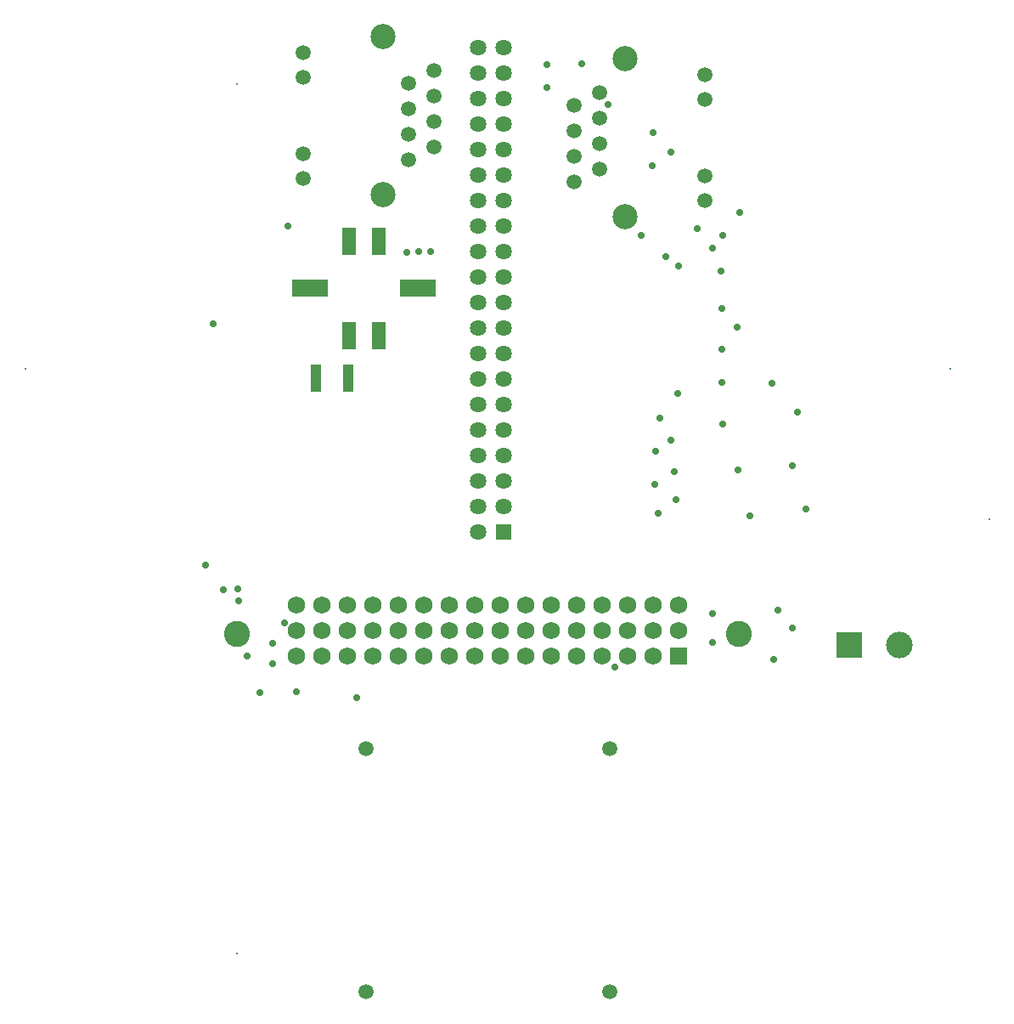
<source format=gbs>
G04*
G04 #@! TF.GenerationSoftware,Altium Limited,Altium Designer,25.5.2 (35)*
G04*
G04 Layer_Color=16711935*
%FSLAX44Y44*%
%MOMM*%
G71*
G04*
G04 #@! TF.SameCoordinates,F72C58DA-7479-44D0-9E82-083B63CA5D52*
G04*
G04*
G04 #@! TF.FilePolarity,Negative*
G04*
G01*
G75*
%ADD26R,1.4224X2.6924*%
%ADD27R,3.5824X1.8024*%
%ADD28R,1.0542X2.8062*%
%ADD30C,2.6500*%
%ADD31C,1.6300*%
%ADD32C,1.7500*%
%ADD33R,2.6500X2.6500*%
%ADD34C,0.1000*%
%ADD35C,2.5000*%
%ADD36C,1.5000*%
%ADD37R,1.6300X1.6300*%
%ADD38R,1.7500X1.7500*%
%ADD39C,2.6000*%
%ADD40C,0.7000*%
%ADD53R,0.2032X0.2032*%
D26*
X421749Y807001D02*
D03*
X391749Y713001D02*
D03*
Y807001D02*
D03*
X421749Y713001D02*
D03*
D27*
X460599Y760001D02*
D03*
X352899D02*
D03*
D28*
X358750Y670500D02*
D03*
X391250D02*
D03*
D30*
X940060Y405000D02*
D03*
D31*
X520250Y644250D02*
D03*
Y669650D02*
D03*
Y695050D02*
D03*
Y720450D02*
D03*
Y745850D02*
D03*
Y771250D02*
D03*
Y796650D02*
D03*
Y822050D02*
D03*
Y847450D02*
D03*
X545650Y898250D02*
D03*
X520250Y923650D02*
D03*
X545650Y568050D02*
D03*
Y593450D02*
D03*
X520250Y568050D02*
D03*
Y593450D02*
D03*
Y542650D02*
D03*
X545650D02*
D03*
X520250Y517250D02*
D03*
Y999850D02*
D03*
X545650D02*
D03*
X520250Y974450D02*
D03*
X545650D02*
D03*
X520250Y949050D02*
D03*
X545650D02*
D03*
Y923650D02*
D03*
X520250Y898250D02*
D03*
X545650Y872850D02*
D03*
X520250D02*
D03*
X545650Y847450D02*
D03*
Y822050D02*
D03*
Y796650D02*
D03*
Y771250D02*
D03*
Y745850D02*
D03*
Y720450D02*
D03*
X520250Y618850D02*
D03*
X545650D02*
D03*
Y644250D02*
D03*
Y669650D02*
D03*
Y695050D02*
D03*
D32*
X720560Y444400D02*
D03*
X695160D02*
D03*
X669760D02*
D03*
X644360D02*
D03*
X618960D02*
D03*
X593560D02*
D03*
X568160D02*
D03*
X542760D02*
D03*
X517360D02*
D03*
X390360Y393600D02*
D03*
X415760D02*
D03*
X695160D02*
D03*
X669760D02*
D03*
X644360D02*
D03*
X618960D02*
D03*
X593560D02*
D03*
X568160D02*
D03*
X542760D02*
D03*
X517360D02*
D03*
X491960D02*
D03*
X466560D02*
D03*
X441160D02*
D03*
X364960D02*
D03*
X339560D02*
D03*
X720560Y419000D02*
D03*
X695160D02*
D03*
X669760D02*
D03*
X644360D02*
D03*
X618960D02*
D03*
X593560D02*
D03*
X568160D02*
D03*
X542760D02*
D03*
X517360D02*
D03*
X491960D02*
D03*
X466560D02*
D03*
X441160D02*
D03*
X415760D02*
D03*
X390360D02*
D03*
X364960D02*
D03*
X339560D02*
D03*
X491960Y444400D02*
D03*
X466560D02*
D03*
X441160D02*
D03*
X415760D02*
D03*
X390360D02*
D03*
X364960D02*
D03*
X339560D02*
D03*
D33*
X890060Y405000D02*
D03*
D34*
X705250Y852950D02*
D03*
Y967250D02*
D03*
X387100Y875000D02*
D03*
Y989300D02*
D03*
X530064Y180063D02*
D03*
D35*
X666750Y831350D02*
D03*
Y988850D02*
D03*
X425600Y853400D02*
D03*
Y1010900D02*
D03*
D36*
X746350Y973100D02*
D03*
Y948200D02*
D03*
Y872000D02*
D03*
Y847100D02*
D03*
X616350Y865650D02*
D03*
X641750Y878350D02*
D03*
X616350Y891050D02*
D03*
X641750Y903750D02*
D03*
X616350Y916450D02*
D03*
X641750Y929150D02*
D03*
X616350Y941850D02*
D03*
X641750Y954550D02*
D03*
X450600Y887700D02*
D03*
X476000Y900400D02*
D03*
X450600Y913100D02*
D03*
X476000Y925800D02*
D03*
X450600Y938500D02*
D03*
X476000Y951200D02*
D03*
X450600Y963900D02*
D03*
X476000Y976600D02*
D03*
X346000Y995150D02*
D03*
Y970250D02*
D03*
Y894050D02*
D03*
Y869150D02*
D03*
X651313Y301313D02*
D03*
Y58814D02*
D03*
X408814D02*
D03*
Y301313D02*
D03*
D37*
X545650Y517250D02*
D03*
D38*
X720560Y393600D02*
D03*
D39*
X280060Y416000D02*
D03*
X780060D02*
D03*
D40*
X449500Y796000D02*
D03*
X461250Y796250D02*
D03*
X472750Y796500D02*
D03*
X249000Y484000D02*
D03*
X282000Y449000D02*
D03*
X266250Y459750D02*
D03*
X281000Y460250D02*
D03*
X290500Y393500D02*
D03*
X315500Y385750D02*
D03*
Y406250D02*
D03*
X815000Y390250D02*
D03*
X834000Y421250D02*
D03*
X819250Y439750D02*
D03*
X791750Y533250D02*
D03*
X847250Y540000D02*
D03*
X779500Y578750D02*
D03*
X834000Y583000D02*
D03*
X838750Y637000D02*
D03*
X813500Y665000D02*
D03*
X764250Y624500D02*
D03*
X763750Y666250D02*
D03*
X763380Y699512D02*
D03*
X763500Y739750D02*
D03*
X778500Y721250D02*
D03*
X762500Y777000D02*
D03*
X753750Y800000D02*
D03*
X738750Y819250D02*
D03*
X764250Y812500D02*
D03*
X781000Y835250D02*
D03*
X693587Y882305D02*
D03*
X712578Y896074D02*
D03*
X695000Y915000D02*
D03*
X683250Y812500D02*
D03*
X623500Y984000D02*
D03*
X589250Y983250D02*
D03*
X588750Y959750D02*
D03*
X707750Y791750D02*
D03*
X720000Y782250D02*
D03*
X753750Y407500D02*
D03*
X754500Y436000D02*
D03*
X699750Y535750D02*
D03*
X717500Y549250D02*
D03*
X696500Y564750D02*
D03*
X716000Y577500D02*
D03*
X697750Y598000D02*
D03*
X713000Y609000D02*
D03*
X719000Y655500D02*
D03*
X701250Y630750D02*
D03*
X339500Y358250D02*
D03*
X399000Y352250D02*
D03*
X302500Y357000D02*
D03*
X256250Y725000D02*
D03*
X330500Y821750D02*
D03*
X327250Y427000D02*
D03*
X656607Y382357D02*
D03*
X650139Y943389D02*
D03*
D53*
X280063Y963076D02*
D03*
X68842Y680063D02*
D03*
X280063Y97051D02*
D03*
X1030063Y530064D02*
D03*
X991280Y680060D02*
D03*
M02*

</source>
